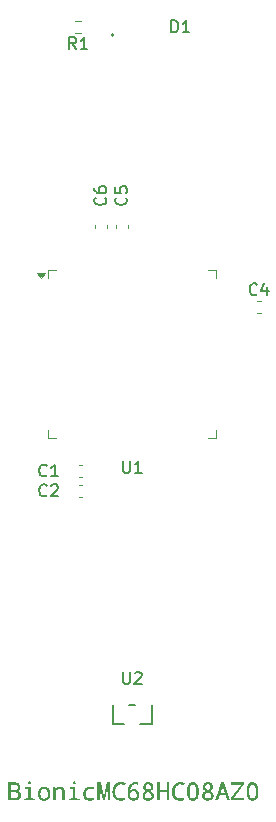
<source format=gbr>
%TF.GenerationSoftware,KiCad,Pcbnew,8.0.4+dfsg-1*%
%TF.CreationDate,2025-03-09T15:23:23+09:00*%
%TF.ProjectId,bionic-mc68hc08az0,62696f6e-6963-42d6-9d63-363868633038,2*%
%TF.SameCoordinates,Original*%
%TF.FileFunction,Legend,Top*%
%TF.FilePolarity,Positive*%
%FSLAX46Y46*%
G04 Gerber Fmt 4.6, Leading zero omitted, Abs format (unit mm)*
G04 Created by KiCad (PCBNEW 8.0.4+dfsg-1) date 2025-03-09 15:23:23*
%MOMM*%
%LPD*%
G01*
G04 APERTURE LIST*
%ADD10C,0.300000*%
%ADD11C,0.150000*%
%ADD12C,0.120000*%
%ADD13C,0.152400*%
G04 APERTURE END LIST*
D10*
G36*
X78979136Y-141696278D02*
G01*
X79057114Y-141703040D01*
X79140722Y-141717105D01*
X79213460Y-141737662D01*
X79284581Y-141769849D01*
X79310532Y-141786348D01*
X79368074Y-141839608D01*
X79409176Y-141907065D01*
X79431653Y-141977735D01*
X79441543Y-142059275D01*
X79442057Y-142084568D01*
X79433864Y-142165047D01*
X79409284Y-142236581D01*
X79368319Y-142299171D01*
X79358159Y-142310615D01*
X79301001Y-142359860D01*
X79234397Y-142394936D01*
X79165943Y-142413756D01*
X79222204Y-142426266D01*
X79291710Y-142451917D01*
X79363555Y-142494978D01*
X79418693Y-142550256D01*
X79457121Y-142617753D01*
X79478842Y-142697467D01*
X79484189Y-142770036D01*
X79479436Y-142845217D01*
X79461877Y-142925016D01*
X79431381Y-142996295D01*
X79387946Y-143059053D01*
X79349000Y-143098665D01*
X79285405Y-143145202D01*
X79212588Y-143180310D01*
X79130550Y-143203987D01*
X79052892Y-143215184D01*
X78983002Y-143218100D01*
X78428327Y-143218100D01*
X78428327Y-143030887D01*
X78644482Y-143030887D01*
X78948931Y-143030887D01*
X79037904Y-143024331D01*
X79111798Y-143004662D01*
X79180564Y-142963751D01*
X79227615Y-142903958D01*
X79252950Y-142825283D01*
X79257776Y-142762342D01*
X79246454Y-142678051D01*
X79212490Y-142611200D01*
X79155882Y-142561788D01*
X79076631Y-142529816D01*
X78993292Y-142516494D01*
X78935741Y-142514314D01*
X78644482Y-142514314D01*
X78644482Y-143030887D01*
X78428327Y-143030887D01*
X78428327Y-142327102D01*
X78644482Y-142327102D01*
X78925117Y-142327102D01*
X79006422Y-142322899D01*
X79080582Y-142308374D01*
X79147094Y-142277247D01*
X79151530Y-142273979D01*
X79199365Y-142214032D01*
X79219045Y-142141218D01*
X79221506Y-142097391D01*
X79210995Y-142019785D01*
X79172167Y-141952556D01*
X79146767Y-141931428D01*
X79077679Y-141900842D01*
X79000191Y-141886138D01*
X78925167Y-141881432D01*
X78904600Y-141881236D01*
X78644482Y-141881236D01*
X78644482Y-142327102D01*
X78428327Y-142327102D01*
X78428327Y-141694024D01*
X78893610Y-141694024D01*
X78979136Y-141696278D01*
G37*
G36*
X80213254Y-141600235D02*
G01*
X80286927Y-141618318D01*
X80329903Y-141685127D01*
X80334154Y-141728829D01*
X80317011Y-141802424D01*
X80297884Y-141825915D01*
X80231075Y-141857022D01*
X80213254Y-141858155D01*
X80138910Y-141839969D01*
X80097092Y-141779221D01*
X80091254Y-141728829D01*
X80105670Y-141655616D01*
X80165717Y-141606388D01*
X80213254Y-141600235D01*
G37*
G36*
X80107008Y-142239174D02*
G01*
X79829670Y-142217559D01*
X79829670Y-142069181D01*
X80317667Y-142069181D01*
X80317667Y-143048106D01*
X80680368Y-143068623D01*
X80680368Y-143218100D01*
X79752367Y-143218100D01*
X79752367Y-143068623D01*
X80107008Y-143048106D01*
X80107008Y-142239174D01*
G37*
G36*
X81539545Y-142051478D02*
G01*
X81616915Y-142068712D01*
X81688438Y-142097434D01*
X81754113Y-142137645D01*
X81813941Y-142189346D01*
X81832584Y-142209132D01*
X81882386Y-142274116D01*
X81921885Y-142346519D01*
X81951080Y-142426341D01*
X81967537Y-142498526D01*
X81976840Y-142575863D01*
X81979129Y-142641442D01*
X81975596Y-142725380D01*
X81964997Y-142803630D01*
X81947332Y-142876191D01*
X81916806Y-142955755D01*
X81876106Y-143027127D01*
X81834416Y-143080347D01*
X81776924Y-143135129D01*
X81712708Y-143178578D01*
X81641769Y-143210692D01*
X81564107Y-143231472D01*
X81479722Y-143240917D01*
X81450099Y-143241547D01*
X81367479Y-143235789D01*
X81290525Y-143218517D01*
X81219238Y-143189731D01*
X81153619Y-143149429D01*
X81093667Y-143097613D01*
X81074942Y-143077782D01*
X81025015Y-143012433D01*
X80985418Y-142939485D01*
X80956150Y-142858938D01*
X80939651Y-142786010D01*
X80930326Y-142707806D01*
X80928030Y-142641442D01*
X81145284Y-142641442D01*
X81147999Y-142716671D01*
X81160063Y-142805466D01*
X81181779Y-142881106D01*
X81222496Y-142957157D01*
X81278293Y-143012653D01*
X81349170Y-143047596D01*
X81435128Y-143061984D01*
X81454129Y-143062395D01*
X81542787Y-143052118D01*
X81616417Y-143021286D01*
X81675021Y-142969900D01*
X81718599Y-142897960D01*
X81742641Y-142825609D01*
X81757067Y-142740103D01*
X81761875Y-142641442D01*
X81759151Y-142566999D01*
X81747044Y-142479132D01*
X81725251Y-142404282D01*
X81684389Y-142329025D01*
X81628394Y-142274108D01*
X81557264Y-142239531D01*
X81471000Y-142225293D01*
X81451931Y-142224886D01*
X81363591Y-142235056D01*
X81290223Y-142265565D01*
X81231828Y-142316414D01*
X81188407Y-142387603D01*
X81164450Y-142459199D01*
X81150076Y-142543812D01*
X81145284Y-142641442D01*
X80928030Y-142641442D01*
X80931519Y-142558270D01*
X80941984Y-142480714D01*
X80959425Y-142408776D01*
X80989565Y-142329864D01*
X81029750Y-142259042D01*
X81070912Y-142206201D01*
X81127997Y-142151667D01*
X81192087Y-142108416D01*
X81263185Y-142076448D01*
X81341289Y-142055763D01*
X81426400Y-142046361D01*
X81456328Y-142045734D01*
X81539545Y-142051478D01*
G37*
G36*
X82984067Y-143218100D02*
G01*
X82984067Y-142480242D01*
X82978369Y-142406677D01*
X82956490Y-142334859D01*
X82910226Y-142273763D01*
X82841626Y-142237105D01*
X82765051Y-142225135D01*
X82750693Y-142224886D01*
X82662880Y-142234582D01*
X82589950Y-142263669D01*
X82531904Y-142312148D01*
X82488742Y-142380018D01*
X82460463Y-142467280D01*
X82448557Y-142551052D01*
X82445878Y-142622025D01*
X82445878Y-143218100D01*
X82234852Y-143218100D01*
X82234852Y-142069181D01*
X82407776Y-142069181D01*
X82435619Y-142219024D01*
X82429391Y-142219024D01*
X82474179Y-142160133D01*
X82538934Y-142106825D01*
X82605154Y-142074334D01*
X82681267Y-142054026D01*
X82767271Y-142045903D01*
X82782566Y-142045734D01*
X82856289Y-142049459D01*
X82943306Y-142066017D01*
X83017432Y-142095822D01*
X83078667Y-142138872D01*
X83127010Y-142195169D01*
X83162461Y-142264713D01*
X83185021Y-142347502D01*
X83194690Y-142443539D01*
X83195092Y-142469617D01*
X83195092Y-143218100D01*
X82984067Y-143218100D01*
G37*
G36*
X83994133Y-141600235D02*
G01*
X84067806Y-141618318D01*
X84110783Y-141685127D01*
X84115033Y-141728829D01*
X84097890Y-141802424D01*
X84078763Y-141825915D01*
X84011955Y-141857022D01*
X83994133Y-141858155D01*
X83919790Y-141839969D01*
X83877971Y-141779221D01*
X83872134Y-141728829D01*
X83886550Y-141655616D01*
X83946596Y-141606388D01*
X83994133Y-141600235D01*
G37*
G36*
X83887887Y-142239174D02*
G01*
X83610550Y-142217559D01*
X83610550Y-142069181D01*
X84098547Y-142069181D01*
X84098547Y-143048106D01*
X84461247Y-143068623D01*
X84461247Y-143218100D01*
X83533247Y-143218100D01*
X83533247Y-143068623D01*
X83887887Y-143048106D01*
X83887887Y-142239174D01*
G37*
G36*
X85710916Y-142111313D02*
G01*
X85638376Y-142295961D01*
X85568993Y-142271407D01*
X85494850Y-142250730D01*
X85418008Y-142236884D01*
X85355543Y-142232946D01*
X85268731Y-142239420D01*
X85193495Y-142258843D01*
X85115727Y-142301331D01*
X85056044Y-142364051D01*
X85021320Y-142428795D01*
X84998170Y-142506487D01*
X84986595Y-142597128D01*
X84985148Y-142647304D01*
X84990775Y-142742702D01*
X85007657Y-142825380D01*
X85035792Y-142895338D01*
X85086788Y-142964899D01*
X85155369Y-143014586D01*
X85241534Y-143044397D01*
X85323128Y-143053937D01*
X85345284Y-143054335D01*
X85426594Y-143050030D01*
X85500107Y-143039201D01*
X85575829Y-143021780D01*
X85653760Y-142997767D01*
X85687835Y-142985458D01*
X85687835Y-143174869D01*
X85610692Y-143204040D01*
X85537445Y-143222728D01*
X85458833Y-143235035D01*
X85374856Y-143240961D01*
X85337224Y-143241547D01*
X85255885Y-143237808D01*
X85180396Y-143226592D01*
X85097531Y-143203262D01*
X85023088Y-143169164D01*
X84957070Y-143124299D01*
X84917737Y-143088407D01*
X84866814Y-143026218D01*
X84826427Y-142954781D01*
X84796575Y-142874096D01*
X84779747Y-142799795D01*
X84770236Y-142719071D01*
X84767894Y-142649869D01*
X84771624Y-142561333D01*
X84782814Y-142479595D01*
X84801463Y-142404655D01*
X84833688Y-142323700D01*
X84876656Y-142252534D01*
X84920668Y-142200706D01*
X84982398Y-142148040D01*
X85052731Y-142106270D01*
X85131668Y-142075396D01*
X85204022Y-142057992D01*
X85282350Y-142048155D01*
X85349314Y-142045734D01*
X85430105Y-142048872D01*
X85509949Y-142058286D01*
X85588847Y-142073976D01*
X85666798Y-142095943D01*
X85710916Y-142111313D01*
G37*
G36*
X86401146Y-143218100D02*
G01*
X86113917Y-141900287D01*
X86121610Y-141897356D01*
X86128787Y-141976881D01*
X86134748Y-142050592D01*
X86140295Y-142131371D01*
X86144552Y-142215032D01*
X86146499Y-142296692D01*
X86146523Y-142305852D01*
X86146523Y-143218100D01*
X85967371Y-143218100D01*
X85967371Y-141694024D01*
X86243243Y-141694024D01*
X86495302Y-142920612D01*
X86489074Y-142920612D01*
X86743330Y-141694024D01*
X87024332Y-141694024D01*
X87024332Y-143218100D01*
X86842981Y-143218100D01*
X86842981Y-142292663D01*
X86844430Y-142218735D01*
X86847561Y-142141080D01*
X86851640Y-142060481D01*
X86856022Y-141983418D01*
X86861300Y-141897356D01*
X86869360Y-141899554D01*
X86579199Y-143218100D01*
X86401146Y-143218100D01*
G37*
G36*
X88292685Y-142985458D02*
G01*
X88292685Y-143176700D01*
X88219748Y-143201968D01*
X88141026Y-143221029D01*
X88056518Y-143233884D01*
X87979479Y-143239964D01*
X87912032Y-143241547D01*
X87833436Y-143238335D01*
X87759579Y-143228701D01*
X87673924Y-143207626D01*
X87595674Y-143176516D01*
X87524830Y-143135370D01*
X87461393Y-143084188D01*
X87415975Y-143036016D01*
X87366475Y-142967629D01*
X87325364Y-142890923D01*
X87292644Y-142805899D01*
X87272508Y-142731891D01*
X87257742Y-142652559D01*
X87248345Y-142567903D01*
X87244318Y-142477923D01*
X87244150Y-142454596D01*
X87247081Y-142366715D01*
X87255874Y-142283504D01*
X87270529Y-142204965D01*
X87291045Y-142131097D01*
X87317423Y-142061900D01*
X87358639Y-141981972D01*
X87409014Y-141909343D01*
X87431729Y-141882335D01*
X87493798Y-141821331D01*
X87562540Y-141770666D01*
X87637954Y-141730341D01*
X87720040Y-141700355D01*
X87808800Y-141680710D01*
X87884611Y-141672438D01*
X87944272Y-141670577D01*
X88028688Y-141673926D01*
X88109652Y-141683972D01*
X88187163Y-141700716D01*
X88261223Y-141724158D01*
X88331832Y-141754297D01*
X88354600Y-141765832D01*
X88263742Y-141947548D01*
X88191354Y-141914572D01*
X88120368Y-141889696D01*
X88040958Y-141871183D01*
X87963381Y-141863249D01*
X87944272Y-141862918D01*
X87866280Y-141868521D01*
X87794418Y-141885329D01*
X87718328Y-141919102D01*
X87650583Y-141968126D01*
X87599157Y-142022287D01*
X87555456Y-142085982D01*
X87520795Y-142157818D01*
X87495177Y-142237795D01*
X87480735Y-142310660D01*
X87472573Y-142389177D01*
X87470563Y-142456062D01*
X87473506Y-142543655D01*
X87482334Y-142624396D01*
X87497048Y-142698286D01*
X87522473Y-142777910D01*
X87556373Y-142847668D01*
X87591097Y-142898263D01*
X87649178Y-142957078D01*
X87717952Y-143001447D01*
X87797421Y-143031370D01*
X87874048Y-143045520D01*
X87943906Y-143049206D01*
X88024966Y-143044163D01*
X88108211Y-143031214D01*
X88189691Y-143013348D01*
X88265949Y-142993178D01*
X88292685Y-142985458D01*
G37*
G36*
X89277758Y-141673720D02*
G01*
X89352743Y-141684217D01*
X89389213Y-141692925D01*
X89389213Y-141876840D01*
X89317330Y-141861896D01*
X89242182Y-141854570D01*
X89206397Y-141853759D01*
X89125859Y-141858705D01*
X89053229Y-141873543D01*
X88978488Y-141903356D01*
X88914512Y-141946632D01*
X88868243Y-141994443D01*
X88823802Y-142063335D01*
X88793551Y-142134330D01*
X88770539Y-142216349D01*
X88756891Y-142293121D01*
X88748271Y-142377550D01*
X88746014Y-142421977D01*
X88787813Y-142363646D01*
X88848912Y-142312169D01*
X88922212Y-142277453D01*
X88994752Y-142261035D01*
X89062050Y-142256760D01*
X89136144Y-142261190D01*
X89214709Y-142277559D01*
X89284788Y-142305990D01*
X89346382Y-142346482D01*
X89385183Y-142382789D01*
X89430864Y-142442114D01*
X89465325Y-142510135D01*
X89488567Y-142586851D01*
X89499558Y-142659529D01*
X89502420Y-142724973D01*
X89497937Y-142811033D01*
X89484491Y-142890060D01*
X89462080Y-142962055D01*
X89424603Y-143037161D01*
X89374925Y-143102695D01*
X89314991Y-143156798D01*
X89246748Y-143197613D01*
X89170194Y-143225139D01*
X89097963Y-143238157D01*
X89033107Y-143241547D01*
X88950001Y-143235313D01*
X88873515Y-143216611D01*
X88803650Y-143185442D01*
X88740405Y-143141804D01*
X88683780Y-143085699D01*
X88666376Y-143064227D01*
X88620060Y-142992670D01*
X88588783Y-142925305D01*
X88564161Y-142850911D01*
X88546193Y-142769486D01*
X88535767Y-142687970D01*
X88741115Y-142687970D01*
X88746129Y-142761175D01*
X88763759Y-142837234D01*
X88794082Y-142906628D01*
X88821349Y-142949188D01*
X88876482Y-143006762D01*
X88941132Y-143043012D01*
X89015300Y-143057938D01*
X89031275Y-143058365D01*
X89104219Y-143049957D01*
X89172060Y-143021286D01*
X89226914Y-142972269D01*
X89267171Y-142903909D01*
X89289267Y-142826285D01*
X89297346Y-142743821D01*
X89297622Y-142723874D01*
X89292290Y-142648246D01*
X89273857Y-142576791D01*
X89234358Y-142508518D01*
X89230211Y-142503689D01*
X89171684Y-142457253D01*
X89096671Y-142432248D01*
X89037503Y-142427485D01*
X88962706Y-142435285D01*
X88889604Y-142461881D01*
X88826111Y-142507353D01*
X88777720Y-142564564D01*
X88747838Y-142632802D01*
X88741115Y-142687970D01*
X88535767Y-142687970D01*
X88534880Y-142681031D01*
X88530621Y-142605205D01*
X88530089Y-142565605D01*
X88532706Y-142457222D01*
X88540559Y-142355833D01*
X88553646Y-142261435D01*
X88571969Y-142174030D01*
X88595526Y-142093617D01*
X88624319Y-142020197D01*
X88658347Y-141953769D01*
X88719203Y-141867238D01*
X88791839Y-141796440D01*
X88876253Y-141741375D01*
X88972447Y-141702043D01*
X89080419Y-141678443D01*
X89158944Y-141671451D01*
X89200169Y-141670577D01*
X89277758Y-141673720D01*
G37*
G36*
X90357626Y-141675398D02*
G01*
X90432058Y-141689861D01*
X90508536Y-141718197D01*
X90575856Y-141759127D01*
X90591254Y-141771327D01*
X90644308Y-141825961D01*
X90682204Y-141889479D01*
X90704942Y-141961882D01*
X90712521Y-142043169D01*
X90706278Y-142116204D01*
X90682304Y-142196266D01*
X90640349Y-142268059D01*
X90580414Y-142331583D01*
X90516734Y-142378204D01*
X90456799Y-142411365D01*
X90528068Y-142452152D01*
X90589835Y-142495744D01*
X90653680Y-142554178D01*
X90702678Y-142616994D01*
X90736828Y-142684194D01*
X90756130Y-142755776D01*
X90760881Y-142816198D01*
X90754482Y-142896718D01*
X90735286Y-142969981D01*
X90703291Y-143035985D01*
X90658499Y-143094732D01*
X90627158Y-143125043D01*
X90564782Y-143170439D01*
X90494342Y-143204684D01*
X90415838Y-143227780D01*
X90342130Y-143238702D01*
X90276181Y-143241547D01*
X90194591Y-143237683D01*
X90119904Y-143226091D01*
X90041495Y-143202799D01*
X89972482Y-143168990D01*
X89920808Y-143131638D01*
X89864708Y-143071233D01*
X89824637Y-142999930D01*
X89802723Y-142928598D01*
X89793081Y-142848922D01*
X89792580Y-142824624D01*
X89792641Y-142823892D01*
X89999210Y-142823892D01*
X90008792Y-142903576D01*
X90044195Y-142975704D01*
X90105684Y-143025392D01*
X90179152Y-143050121D01*
X90255015Y-143058136D01*
X90271785Y-143058365D01*
X90350582Y-143052104D01*
X90423043Y-143030753D01*
X90480612Y-142994251D01*
X90528054Y-142933875D01*
X90550379Y-142863438D01*
X90553885Y-142815832D01*
X90541894Y-142742612D01*
X90505920Y-142676825D01*
X90491237Y-142659394D01*
X90431474Y-142606912D01*
X90369882Y-142566469D01*
X90303066Y-142529741D01*
X90275082Y-142515779D01*
X90249436Y-142503689D01*
X90177350Y-142542805D01*
X90117481Y-142585964D01*
X90061766Y-142643091D01*
X90023646Y-142706040D01*
X90001409Y-142786838D01*
X89999210Y-142823892D01*
X89792641Y-142823892D01*
X89799369Y-142742931D01*
X89819736Y-142667982D01*
X89853680Y-142599777D01*
X89901202Y-142538316D01*
X89962301Y-142483600D01*
X90036978Y-142435627D01*
X90070651Y-142418326D01*
X90004474Y-142371633D01*
X89949514Y-142320395D01*
X89898368Y-142252913D01*
X89863373Y-142178887D01*
X89844530Y-142098319D01*
X89841651Y-142052328D01*
X90047936Y-142052328D01*
X90058643Y-142128540D01*
X90093665Y-142196879D01*
X90096663Y-142200706D01*
X90155427Y-142253920D01*
X90224228Y-142295732D01*
X90278379Y-142322339D01*
X90355573Y-142282484D01*
X90416796Y-142237657D01*
X90468037Y-142179076D01*
X90499980Y-142103839D01*
X90505525Y-142052328D01*
X90493814Y-141976283D01*
X90451751Y-141911185D01*
X90444342Y-141904684D01*
X90376438Y-141868131D01*
X90300527Y-141854555D01*
X90273983Y-141853759D01*
X90196105Y-141862164D01*
X90124277Y-141892748D01*
X90108386Y-141904684D01*
X90063049Y-141966874D01*
X90048172Y-142040374D01*
X90047936Y-142052328D01*
X89841651Y-142052328D01*
X89840940Y-142040971D01*
X89848680Y-141960188D01*
X89871898Y-141888197D01*
X89910595Y-141824999D01*
X89964771Y-141770594D01*
X90030671Y-141726837D01*
X90104539Y-141695581D01*
X90186376Y-141676828D01*
X90264520Y-141670674D01*
X90276181Y-141670577D01*
X90357626Y-141675398D01*
G37*
G36*
X92042790Y-143218100D02*
G01*
X91826635Y-143218100D01*
X91826635Y-142519443D01*
X91247413Y-142519443D01*
X91247413Y-143218100D01*
X91031258Y-143218100D01*
X91031258Y-141694024D01*
X91247413Y-141694024D01*
X91247413Y-142327102D01*
X91826635Y-142327102D01*
X91826635Y-141694024D01*
X92042790Y-141694024D01*
X92042790Y-143218100D01*
G37*
G36*
X93333857Y-142985458D02*
G01*
X93333857Y-143176700D01*
X93260920Y-143201968D01*
X93182198Y-143221029D01*
X93097691Y-143233884D01*
X93020651Y-143239964D01*
X92953205Y-143241547D01*
X92874608Y-143238335D01*
X92800751Y-143228701D01*
X92715096Y-143207626D01*
X92636846Y-143176516D01*
X92566003Y-143135370D01*
X92502565Y-143084188D01*
X92457148Y-143036016D01*
X92407647Y-142967629D01*
X92366537Y-142890923D01*
X92333816Y-142805899D01*
X92313681Y-142731891D01*
X92298914Y-142652559D01*
X92289518Y-142567903D01*
X92285491Y-142477923D01*
X92285323Y-142454596D01*
X92288254Y-142366715D01*
X92297046Y-142283504D01*
X92311701Y-142204965D01*
X92332217Y-142131097D01*
X92358596Y-142061900D01*
X92399812Y-141981972D01*
X92450187Y-141909343D01*
X92472901Y-141882335D01*
X92534970Y-141821331D01*
X92603712Y-141770666D01*
X92679126Y-141730341D01*
X92761213Y-141700355D01*
X92849972Y-141680710D01*
X92925784Y-141672438D01*
X92985445Y-141670577D01*
X93069860Y-141673926D01*
X93150824Y-141683972D01*
X93228336Y-141700716D01*
X93302396Y-141724158D01*
X93373004Y-141754297D01*
X93395773Y-141765832D01*
X93304915Y-141947548D01*
X93232526Y-141914572D01*
X93161540Y-141889696D01*
X93082131Y-141871183D01*
X93004553Y-141863249D01*
X92985445Y-141862918D01*
X92907452Y-141868521D01*
X92835590Y-141885329D01*
X92759500Y-141919102D01*
X92691755Y-141968126D01*
X92640330Y-142022287D01*
X92596628Y-142085982D01*
X92561968Y-142157818D01*
X92536350Y-142237795D01*
X92521908Y-142310660D01*
X92513745Y-142389177D01*
X92511736Y-142456062D01*
X92514679Y-142543655D01*
X92523507Y-142624396D01*
X92538220Y-142698286D01*
X92563645Y-142777910D01*
X92597546Y-142847668D01*
X92632270Y-142898263D01*
X92690350Y-142957078D01*
X92759125Y-143001447D01*
X92838593Y-143031370D01*
X92915221Y-143045520D01*
X92985078Y-143049206D01*
X93066139Y-143044163D01*
X93149384Y-143031214D01*
X93230863Y-143013348D01*
X93307121Y-142993178D01*
X93333857Y-142985458D01*
G37*
G36*
X94128618Y-141675541D02*
G01*
X94209333Y-141694603D01*
X94281546Y-141727963D01*
X94345260Y-141775619D01*
X94400472Y-141837571D01*
X94424890Y-141873909D01*
X94460881Y-141941629D01*
X94490771Y-142017936D01*
X94514562Y-142102829D01*
X94529202Y-142176927D01*
X94539938Y-142256519D01*
X94546770Y-142341607D01*
X94549698Y-142432191D01*
X94549820Y-142455695D01*
X94547887Y-142550857D01*
X94542087Y-142639879D01*
X94532419Y-142722762D01*
X94518885Y-142799505D01*
X94491334Y-142903109D01*
X94455082Y-142992899D01*
X94410130Y-143068874D01*
X94356477Y-143131036D01*
X94294124Y-143179385D01*
X94223071Y-143213919D01*
X94143317Y-143234640D01*
X94054862Y-143241547D01*
X93968072Y-143234411D01*
X93889603Y-143213005D01*
X93819455Y-143177327D01*
X93757626Y-143127379D01*
X93704118Y-143063159D01*
X93688132Y-143038581D01*
X93652352Y-142970737D01*
X93622637Y-142894289D01*
X93598986Y-142809237D01*
X93584431Y-142734999D01*
X93573758Y-142655255D01*
X93566966Y-142570004D01*
X93564055Y-142479245D01*
X93563934Y-142455695D01*
X93563949Y-142454963D01*
X93778257Y-142454963D01*
X93779310Y-142533222D01*
X93783589Y-142622915D01*
X93791160Y-142703574D01*
X93804590Y-142788440D01*
X93822759Y-142860298D01*
X93845668Y-142919146D01*
X93889470Y-142986444D01*
X93951938Y-143035388D01*
X94028932Y-143057141D01*
X94054862Y-143058365D01*
X94130088Y-143047294D01*
X94199668Y-143009026D01*
X94249688Y-142951215D01*
X94268086Y-142918414D01*
X94294924Y-142848402D01*
X94312681Y-142774411D01*
X94325595Y-142687514D01*
X94332658Y-142605241D01*
X94336357Y-142514006D01*
X94336963Y-142454963D01*
X94335886Y-142377471D01*
X94331514Y-142288576D01*
X94323779Y-142208536D01*
X94310058Y-142124176D01*
X94291493Y-142052567D01*
X94268086Y-141993710D01*
X94223373Y-141926058D01*
X94159689Y-141876856D01*
X94081264Y-141854989D01*
X94054862Y-141853759D01*
X93980992Y-141864742D01*
X93912714Y-141902710D01*
X93863683Y-141960068D01*
X93845668Y-141992611D01*
X93819402Y-142062194D01*
X93802022Y-142135902D01*
X93789383Y-142222593D01*
X93782470Y-142304753D01*
X93778850Y-142395929D01*
X93778257Y-142454963D01*
X93563949Y-142454963D01*
X93565852Y-142360622D01*
X93571605Y-142271683D01*
X93581193Y-142188878D01*
X93594617Y-142112206D01*
X93621944Y-142008699D01*
X93657901Y-141918993D01*
X93702487Y-141843088D01*
X93755703Y-141780984D01*
X93817548Y-141732681D01*
X93888023Y-141698179D01*
X93967128Y-141677477D01*
X94054862Y-141670577D01*
X94128618Y-141675541D01*
G37*
G36*
X95398798Y-141675398D02*
G01*
X95473230Y-141689861D01*
X95549709Y-141718197D01*
X95617028Y-141759127D01*
X95632427Y-141771327D01*
X95685481Y-141825961D01*
X95723377Y-141889479D01*
X95746114Y-141961882D01*
X95753693Y-142043169D01*
X95747450Y-142116204D01*
X95723476Y-142196266D01*
X95681522Y-142268059D01*
X95621587Y-142331583D01*
X95557906Y-142378204D01*
X95497971Y-142411365D01*
X95569240Y-142452152D01*
X95631007Y-142495744D01*
X95694852Y-142554178D01*
X95743850Y-142616994D01*
X95778000Y-142684194D01*
X95797302Y-142755776D01*
X95802053Y-142816198D01*
X95795655Y-142896718D01*
X95776458Y-142969981D01*
X95744464Y-143035985D01*
X95699672Y-143094732D01*
X95668330Y-143125043D01*
X95605955Y-143170439D01*
X95535515Y-143204684D01*
X95457010Y-143227780D01*
X95383303Y-143238702D01*
X95317353Y-143241547D01*
X95235763Y-143237683D01*
X95161076Y-143226091D01*
X95082667Y-143202799D01*
X95013655Y-143168990D01*
X94961980Y-143131638D01*
X94905881Y-143071233D01*
X94865809Y-142999930D01*
X94843896Y-142928598D01*
X94834253Y-142848922D01*
X94833753Y-142824624D01*
X94833814Y-142823892D01*
X95040382Y-142823892D01*
X95049965Y-142903576D01*
X95085368Y-142975704D01*
X95146857Y-143025392D01*
X95220324Y-143050121D01*
X95296187Y-143058136D01*
X95312957Y-143058365D01*
X95391754Y-143052104D01*
X95464215Y-143030753D01*
X95521785Y-142994251D01*
X95569226Y-142933875D01*
X95591551Y-142863438D01*
X95595058Y-142815832D01*
X95583066Y-142742612D01*
X95547092Y-142676825D01*
X95532409Y-142659394D01*
X95472646Y-142606912D01*
X95411054Y-142566469D01*
X95344238Y-142529741D01*
X95316254Y-142515779D01*
X95290609Y-142503689D01*
X95218522Y-142542805D01*
X95158653Y-142585964D01*
X95102939Y-142643091D01*
X95064818Y-142706040D01*
X95042581Y-142786838D01*
X95040382Y-142823892D01*
X94833814Y-142823892D01*
X94840541Y-142742931D01*
X94860908Y-142667982D01*
X94894852Y-142599777D01*
X94942374Y-142538316D01*
X95003473Y-142483600D01*
X95078150Y-142435627D01*
X95111823Y-142418326D01*
X95045647Y-142371633D01*
X94990687Y-142320395D01*
X94939540Y-142252913D01*
X94904545Y-142178887D01*
X94885702Y-142098319D01*
X94882824Y-142052328D01*
X95089109Y-142052328D01*
X95099815Y-142128540D01*
X95134837Y-142196879D01*
X95137835Y-142200706D01*
X95196599Y-142253920D01*
X95265401Y-142295732D01*
X95319552Y-142322339D01*
X95396746Y-142282484D01*
X95457969Y-142237657D01*
X95509210Y-142179076D01*
X95541152Y-142103839D01*
X95546697Y-142052328D01*
X95534987Y-141976283D01*
X95492923Y-141911185D01*
X95485515Y-141904684D01*
X95417610Y-141868131D01*
X95341699Y-141854555D01*
X95315155Y-141853759D01*
X95237277Y-141862164D01*
X95165450Y-141892748D01*
X95149559Y-141904684D01*
X95104221Y-141966874D01*
X95089345Y-142040374D01*
X95089109Y-142052328D01*
X94882824Y-142052328D01*
X94882113Y-142040971D01*
X94889852Y-141960188D01*
X94913070Y-141888197D01*
X94951768Y-141824999D01*
X95005944Y-141770594D01*
X95071844Y-141726837D01*
X95145712Y-141695581D01*
X95227548Y-141676828D01*
X95305692Y-141670674D01*
X95317353Y-141670577D01*
X95398798Y-141675398D01*
G37*
G36*
X97193505Y-143218100D02*
G01*
X96971122Y-143218100D01*
X96822744Y-142753916D01*
X96333648Y-142753916D01*
X96183072Y-143218100D01*
X95962887Y-143218100D01*
X96180519Y-142561575D01*
X96395563Y-142561575D01*
X96760462Y-142561575D01*
X96628205Y-142144286D01*
X96605808Y-142072043D01*
X96585036Y-142000379D01*
X96576181Y-141965500D01*
X96557233Y-142040834D01*
X96539545Y-142100322D01*
X96395563Y-142561575D01*
X96180519Y-142561575D01*
X96468104Y-141694024D01*
X96686090Y-141694024D01*
X97193505Y-143218100D01*
G37*
G36*
X98375030Y-143218100D02*
G01*
X97298651Y-143218100D01*
X97298651Y-143055434D01*
X98105019Y-141886365D01*
X97320267Y-141886365D01*
X97320267Y-141694024D01*
X98354513Y-141694024D01*
X98354513Y-141856690D01*
X97548145Y-143025758D01*
X98375030Y-143025758D01*
X98375030Y-143218100D01*
G37*
G36*
X99169790Y-141675541D02*
G01*
X99250505Y-141694603D01*
X99322719Y-141727963D01*
X99386432Y-141775619D01*
X99441644Y-141837571D01*
X99466062Y-141873909D01*
X99502053Y-141941629D01*
X99531944Y-142017936D01*
X99555734Y-142102829D01*
X99570374Y-142176927D01*
X99581110Y-142256519D01*
X99587943Y-142341607D01*
X99590871Y-142432191D01*
X99590993Y-142455695D01*
X99589059Y-142550857D01*
X99583259Y-142639879D01*
X99573592Y-142722762D01*
X99560058Y-142799505D01*
X99532506Y-142903109D01*
X99496255Y-142992899D01*
X99451302Y-143068874D01*
X99397650Y-143131036D01*
X99335297Y-143179385D01*
X99264243Y-143213919D01*
X99184489Y-143234640D01*
X99096035Y-143241547D01*
X99009245Y-143234411D01*
X98930776Y-143213005D01*
X98860627Y-143177327D01*
X98798799Y-143127379D01*
X98745291Y-143063159D01*
X98729304Y-143038581D01*
X98693524Y-142970737D01*
X98663809Y-142894289D01*
X98640158Y-142809237D01*
X98625604Y-142734999D01*
X98614931Y-142655255D01*
X98608139Y-142570004D01*
X98605228Y-142479245D01*
X98605106Y-142455695D01*
X98605121Y-142454963D01*
X98819430Y-142454963D01*
X98820483Y-142533222D01*
X98824762Y-142622915D01*
X98832332Y-142703574D01*
X98845762Y-142788440D01*
X98863931Y-142860298D01*
X98886841Y-142919146D01*
X98930642Y-142986444D01*
X98993110Y-143035388D01*
X99070104Y-143057141D01*
X99096035Y-143058365D01*
X99171260Y-143047294D01*
X99240841Y-143009026D01*
X99290860Y-142951215D01*
X99309259Y-142918414D01*
X99336096Y-142848402D01*
X99353853Y-142774411D01*
X99366768Y-142687514D01*
X99373830Y-142605241D01*
X99377530Y-142514006D01*
X99378135Y-142454963D01*
X99377059Y-142377471D01*
X99372687Y-142288576D01*
X99364952Y-142208536D01*
X99351230Y-142124176D01*
X99332666Y-142052567D01*
X99309259Y-141993710D01*
X99264546Y-141926058D01*
X99200861Y-141876856D01*
X99122436Y-141854989D01*
X99096035Y-141853759D01*
X99022165Y-141864742D01*
X98953886Y-141902710D01*
X98904855Y-141960068D01*
X98886841Y-141992611D01*
X98860574Y-142062194D01*
X98843195Y-142135902D01*
X98830555Y-142222593D01*
X98823643Y-142304753D01*
X98820022Y-142395929D01*
X98819430Y-142454963D01*
X98605121Y-142454963D01*
X98607024Y-142360622D01*
X98612777Y-142271683D01*
X98622366Y-142188878D01*
X98635789Y-142112206D01*
X98663116Y-142008699D01*
X98699073Y-141918993D01*
X98743659Y-141843088D01*
X98796875Y-141780984D01*
X98858721Y-141732681D01*
X98929196Y-141698179D01*
X99008300Y-141677477D01*
X99096035Y-141670577D01*
X99169790Y-141675541D01*
G37*
D11*
X86617980Y-92189766D02*
X86665600Y-92237385D01*
X86665600Y-92237385D02*
X86713219Y-92380242D01*
X86713219Y-92380242D02*
X86713219Y-92475480D01*
X86713219Y-92475480D02*
X86665600Y-92618337D01*
X86665600Y-92618337D02*
X86570361Y-92713575D01*
X86570361Y-92713575D02*
X86475123Y-92761194D01*
X86475123Y-92761194D02*
X86284647Y-92808813D01*
X86284647Y-92808813D02*
X86141790Y-92808813D01*
X86141790Y-92808813D02*
X85951314Y-92761194D01*
X85951314Y-92761194D02*
X85856076Y-92713575D01*
X85856076Y-92713575D02*
X85760838Y-92618337D01*
X85760838Y-92618337D02*
X85713219Y-92475480D01*
X85713219Y-92475480D02*
X85713219Y-92380242D01*
X85713219Y-92380242D02*
X85760838Y-92237385D01*
X85760838Y-92237385D02*
X85808457Y-92189766D01*
X85713219Y-91332623D02*
X85713219Y-91523099D01*
X85713219Y-91523099D02*
X85760838Y-91618337D01*
X85760838Y-91618337D02*
X85808457Y-91665956D01*
X85808457Y-91665956D02*
X85951314Y-91761194D01*
X85951314Y-91761194D02*
X86141790Y-91808813D01*
X86141790Y-91808813D02*
X86522742Y-91808813D01*
X86522742Y-91808813D02*
X86617980Y-91761194D01*
X86617980Y-91761194D02*
X86665600Y-91713575D01*
X86665600Y-91713575D02*
X86713219Y-91618337D01*
X86713219Y-91618337D02*
X86713219Y-91427861D01*
X86713219Y-91427861D02*
X86665600Y-91332623D01*
X86665600Y-91332623D02*
X86617980Y-91285004D01*
X86617980Y-91285004D02*
X86522742Y-91237385D01*
X86522742Y-91237385D02*
X86284647Y-91237385D01*
X86284647Y-91237385D02*
X86189409Y-91285004D01*
X86189409Y-91285004D02*
X86141790Y-91332623D01*
X86141790Y-91332623D02*
X86094171Y-91427861D01*
X86094171Y-91427861D02*
X86094171Y-91618337D01*
X86094171Y-91618337D02*
X86141790Y-91713575D01*
X86141790Y-91713575D02*
X86189409Y-91761194D01*
X86189409Y-91761194D02*
X86284647Y-91808813D01*
X81672133Y-115700980D02*
X81624514Y-115748600D01*
X81624514Y-115748600D02*
X81481657Y-115796219D01*
X81481657Y-115796219D02*
X81386419Y-115796219D01*
X81386419Y-115796219D02*
X81243562Y-115748600D01*
X81243562Y-115748600D02*
X81148324Y-115653361D01*
X81148324Y-115653361D02*
X81100705Y-115558123D01*
X81100705Y-115558123D02*
X81053086Y-115367647D01*
X81053086Y-115367647D02*
X81053086Y-115224790D01*
X81053086Y-115224790D02*
X81100705Y-115034314D01*
X81100705Y-115034314D02*
X81148324Y-114939076D01*
X81148324Y-114939076D02*
X81243562Y-114843838D01*
X81243562Y-114843838D02*
X81386419Y-114796219D01*
X81386419Y-114796219D02*
X81481657Y-114796219D01*
X81481657Y-114796219D02*
X81624514Y-114843838D01*
X81624514Y-114843838D02*
X81672133Y-114891457D01*
X82624514Y-115796219D02*
X82053086Y-115796219D01*
X82338800Y-115796219D02*
X82338800Y-114796219D01*
X82338800Y-114796219D02*
X82243562Y-114939076D01*
X82243562Y-114939076D02*
X82148324Y-115034314D01*
X82148324Y-115034314D02*
X82053086Y-115081933D01*
X84161333Y-79608819D02*
X83828000Y-79132628D01*
X83589905Y-79608819D02*
X83589905Y-78608819D01*
X83589905Y-78608819D02*
X83970857Y-78608819D01*
X83970857Y-78608819D02*
X84066095Y-78656438D01*
X84066095Y-78656438D02*
X84113714Y-78704057D01*
X84113714Y-78704057D02*
X84161333Y-78799295D01*
X84161333Y-78799295D02*
X84161333Y-78942152D01*
X84161333Y-78942152D02*
X84113714Y-79037390D01*
X84113714Y-79037390D02*
X84066095Y-79085009D01*
X84066095Y-79085009D02*
X83970857Y-79132628D01*
X83970857Y-79132628D02*
X83589905Y-79132628D01*
X85113714Y-79608819D02*
X84542286Y-79608819D01*
X84828000Y-79608819D02*
X84828000Y-78608819D01*
X84828000Y-78608819D02*
X84732762Y-78751676D01*
X84732762Y-78751676D02*
X84637524Y-78846914D01*
X84637524Y-78846914D02*
X84542286Y-78894533D01*
X88370580Y-92190866D02*
X88418200Y-92238485D01*
X88418200Y-92238485D02*
X88465819Y-92381342D01*
X88465819Y-92381342D02*
X88465819Y-92476580D01*
X88465819Y-92476580D02*
X88418200Y-92619437D01*
X88418200Y-92619437D02*
X88322961Y-92714675D01*
X88322961Y-92714675D02*
X88227723Y-92762294D01*
X88227723Y-92762294D02*
X88037247Y-92809913D01*
X88037247Y-92809913D02*
X87894390Y-92809913D01*
X87894390Y-92809913D02*
X87703914Y-92762294D01*
X87703914Y-92762294D02*
X87608676Y-92714675D01*
X87608676Y-92714675D02*
X87513438Y-92619437D01*
X87513438Y-92619437D02*
X87465819Y-92476580D01*
X87465819Y-92476580D02*
X87465819Y-92381342D01*
X87465819Y-92381342D02*
X87513438Y-92238485D01*
X87513438Y-92238485D02*
X87561057Y-92190866D01*
X87465819Y-91286104D02*
X87465819Y-91762294D01*
X87465819Y-91762294D02*
X87942009Y-91809913D01*
X87942009Y-91809913D02*
X87894390Y-91762294D01*
X87894390Y-91762294D02*
X87846771Y-91667056D01*
X87846771Y-91667056D02*
X87846771Y-91428961D01*
X87846771Y-91428961D02*
X87894390Y-91333723D01*
X87894390Y-91333723D02*
X87942009Y-91286104D01*
X87942009Y-91286104D02*
X88037247Y-91238485D01*
X88037247Y-91238485D02*
X88275342Y-91238485D01*
X88275342Y-91238485D02*
X88370580Y-91286104D01*
X88370580Y-91286104D02*
X88418200Y-91333723D01*
X88418200Y-91333723D02*
X88465819Y-91428961D01*
X88465819Y-91428961D02*
X88465819Y-91667056D01*
X88465819Y-91667056D02*
X88418200Y-91762294D01*
X88418200Y-91762294D02*
X88370580Y-91809913D01*
X88138095Y-132346819D02*
X88138095Y-133156342D01*
X88138095Y-133156342D02*
X88185714Y-133251580D01*
X88185714Y-133251580D02*
X88233333Y-133299200D01*
X88233333Y-133299200D02*
X88328571Y-133346819D01*
X88328571Y-133346819D02*
X88519047Y-133346819D01*
X88519047Y-133346819D02*
X88614285Y-133299200D01*
X88614285Y-133299200D02*
X88661904Y-133251580D01*
X88661904Y-133251580D02*
X88709523Y-133156342D01*
X88709523Y-133156342D02*
X88709523Y-132346819D01*
X89138095Y-132442057D02*
X89185714Y-132394438D01*
X89185714Y-132394438D02*
X89280952Y-132346819D01*
X89280952Y-132346819D02*
X89519047Y-132346819D01*
X89519047Y-132346819D02*
X89614285Y-132394438D01*
X89614285Y-132394438D02*
X89661904Y-132442057D01*
X89661904Y-132442057D02*
X89709523Y-132537295D01*
X89709523Y-132537295D02*
X89709523Y-132632533D01*
X89709523Y-132632533D02*
X89661904Y-132775390D01*
X89661904Y-132775390D02*
X89090476Y-133346819D01*
X89090476Y-133346819D02*
X89709523Y-133346819D01*
X81672133Y-117377380D02*
X81624514Y-117425000D01*
X81624514Y-117425000D02*
X81481657Y-117472619D01*
X81481657Y-117472619D02*
X81386419Y-117472619D01*
X81386419Y-117472619D02*
X81243562Y-117425000D01*
X81243562Y-117425000D02*
X81148324Y-117329761D01*
X81148324Y-117329761D02*
X81100705Y-117234523D01*
X81100705Y-117234523D02*
X81053086Y-117044047D01*
X81053086Y-117044047D02*
X81053086Y-116901190D01*
X81053086Y-116901190D02*
X81100705Y-116710714D01*
X81100705Y-116710714D02*
X81148324Y-116615476D01*
X81148324Y-116615476D02*
X81243562Y-116520238D01*
X81243562Y-116520238D02*
X81386419Y-116472619D01*
X81386419Y-116472619D02*
X81481657Y-116472619D01*
X81481657Y-116472619D02*
X81624514Y-116520238D01*
X81624514Y-116520238D02*
X81672133Y-116567857D01*
X82053086Y-116567857D02*
X82100705Y-116520238D01*
X82100705Y-116520238D02*
X82195943Y-116472619D01*
X82195943Y-116472619D02*
X82434038Y-116472619D01*
X82434038Y-116472619D02*
X82529276Y-116520238D01*
X82529276Y-116520238D02*
X82576895Y-116567857D01*
X82576895Y-116567857D02*
X82624514Y-116663095D01*
X82624514Y-116663095D02*
X82624514Y-116758333D01*
X82624514Y-116758333D02*
X82576895Y-116901190D01*
X82576895Y-116901190D02*
X82005467Y-117472619D01*
X82005467Y-117472619D02*
X82624514Y-117472619D01*
X92225905Y-78178819D02*
X92225905Y-77178819D01*
X92225905Y-77178819D02*
X92464000Y-77178819D01*
X92464000Y-77178819D02*
X92606857Y-77226438D01*
X92606857Y-77226438D02*
X92702095Y-77321676D01*
X92702095Y-77321676D02*
X92749714Y-77416914D01*
X92749714Y-77416914D02*
X92797333Y-77607390D01*
X92797333Y-77607390D02*
X92797333Y-77750247D01*
X92797333Y-77750247D02*
X92749714Y-77940723D01*
X92749714Y-77940723D02*
X92702095Y-78035961D01*
X92702095Y-78035961D02*
X92606857Y-78131200D01*
X92606857Y-78131200D02*
X92464000Y-78178819D01*
X92464000Y-78178819D02*
X92225905Y-78178819D01*
X93749714Y-78178819D02*
X93178286Y-78178819D01*
X93464000Y-78178819D02*
X93464000Y-77178819D01*
X93464000Y-77178819D02*
X93368762Y-77321676D01*
X93368762Y-77321676D02*
X93273524Y-77416914D01*
X93273524Y-77416914D02*
X93178286Y-77464533D01*
X88138095Y-114491419D02*
X88138095Y-115300942D01*
X88138095Y-115300942D02*
X88185714Y-115396180D01*
X88185714Y-115396180D02*
X88233333Y-115443800D01*
X88233333Y-115443800D02*
X88328571Y-115491419D01*
X88328571Y-115491419D02*
X88519047Y-115491419D01*
X88519047Y-115491419D02*
X88614285Y-115443800D01*
X88614285Y-115443800D02*
X88661904Y-115396180D01*
X88661904Y-115396180D02*
X88709523Y-115300942D01*
X88709523Y-115300942D02*
X88709523Y-114491419D01*
X89709523Y-115491419D02*
X89138095Y-115491419D01*
X89423809Y-115491419D02*
X89423809Y-114491419D01*
X89423809Y-114491419D02*
X89328571Y-114634276D01*
X89328571Y-114634276D02*
X89233333Y-114729514D01*
X89233333Y-114729514D02*
X89138095Y-114777133D01*
X99478633Y-100351780D02*
X99431014Y-100399400D01*
X99431014Y-100399400D02*
X99288157Y-100447019D01*
X99288157Y-100447019D02*
X99192919Y-100447019D01*
X99192919Y-100447019D02*
X99050062Y-100399400D01*
X99050062Y-100399400D02*
X98954824Y-100304161D01*
X98954824Y-100304161D02*
X98907205Y-100208923D01*
X98907205Y-100208923D02*
X98859586Y-100018447D01*
X98859586Y-100018447D02*
X98859586Y-99875590D01*
X98859586Y-99875590D02*
X98907205Y-99685114D01*
X98907205Y-99685114D02*
X98954824Y-99589876D01*
X98954824Y-99589876D02*
X99050062Y-99494638D01*
X99050062Y-99494638D02*
X99192919Y-99447019D01*
X99192919Y-99447019D02*
X99288157Y-99447019D01*
X99288157Y-99447019D02*
X99431014Y-99494638D01*
X99431014Y-99494638D02*
X99478633Y-99542257D01*
X100335776Y-99780352D02*
X100335776Y-100447019D01*
X100097681Y-99399400D02*
X99859586Y-100113685D01*
X99859586Y-100113685D02*
X100478633Y-100113685D01*
D12*
%TO.C,C6*%
X85723000Y-94786667D02*
X85723000Y-94494133D01*
X86743000Y-94786667D02*
X86743000Y-94494133D01*
%TO.C,C1*%
X84678567Y-114831400D02*
X84386033Y-114831400D01*
X84678567Y-115851400D02*
X84386033Y-115851400D01*
%TO.C,R1*%
X84582724Y-77201500D02*
X84073276Y-77201500D01*
X84582724Y-78246500D02*
X84073276Y-78246500D01*
%TO.C,C5*%
X87501000Y-94786667D02*
X87501000Y-94494133D01*
X88521000Y-94786667D02*
X88521000Y-94494133D01*
D13*
%TO.C,U2*%
X87248000Y-135113000D02*
X87248000Y-136767000D01*
X87248000Y-136767000D02*
X88237060Y-136767000D01*
X89187061Y-135113000D02*
X88612939Y-135113000D01*
X89562940Y-136767000D02*
X90552000Y-136767000D01*
X90552000Y-136767000D02*
X90552000Y-135113000D01*
D12*
%TO.C,C2*%
X84678567Y-116507800D02*
X84386033Y-116507800D01*
X84678567Y-117527800D02*
X84386033Y-117527800D01*
D13*
%TO.C,D1*%
X87325200Y-78409800D02*
G75*
G02*
X87172800Y-78409800I-76200J0D01*
G01*
X87172800Y-78409800D02*
G75*
G02*
X87325200Y-78409800I76200J0D01*
G01*
D12*
%TO.C,U1*%
X81790000Y-98300000D02*
X81790000Y-99000000D01*
X81790000Y-112520000D02*
X81790000Y-111820000D01*
X82490000Y-98300000D02*
X81790000Y-98300000D01*
X82490000Y-112520000D02*
X81790000Y-112520000D01*
X95310000Y-98300000D02*
X96010000Y-98300000D01*
X95310000Y-112520000D02*
X96010000Y-112520000D01*
X96010000Y-98300000D02*
X96010000Y-99000000D01*
X96010000Y-112520000D02*
X96010000Y-111820000D01*
X81162500Y-99000000D02*
X80822500Y-98530000D01*
X81502500Y-98530000D01*
X81162500Y-99000000D01*
G36*
X81162500Y-99000000D02*
G01*
X80822500Y-98530000D01*
X81502500Y-98530000D01*
X81162500Y-99000000D01*
G37*
%TO.C,C4*%
X99499033Y-100912200D02*
X99791567Y-100912200D01*
X99499033Y-101932200D02*
X99791567Y-101932200D01*
%TD*%
M02*

</source>
